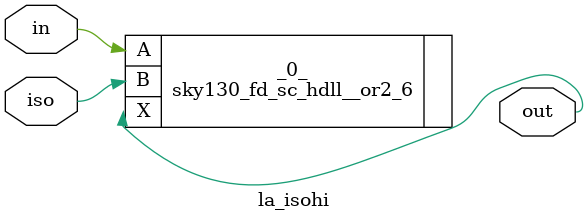
<source format=v>

/* Generated by Yosys 0.41 (git sha1 c1ad37779, g++ 11.4.0-1ubuntu1~22.04 -fPIC -Os) */

module la_isohi(iso, in, out);
  input in;
  wire in;
  input iso;
  wire iso;
  output out;
  wire out;
  sky130_fd_sc_hdll__or2_6 _0_ (
    .A(in),
    .B(iso),
    .X(out)
  );
endmodule

</source>
